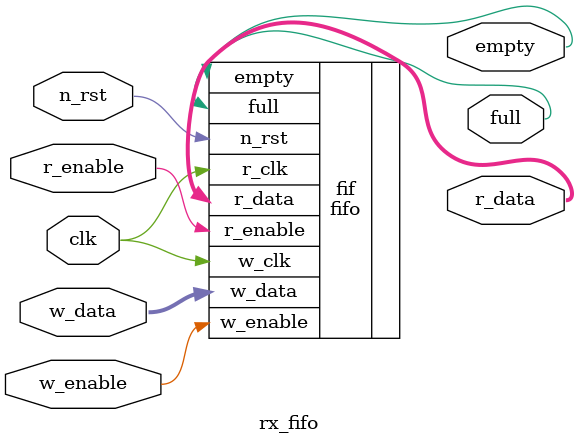
<source format=sv>

module rx_fifo (input wire clk, input wire n_rst, input wire r_enable,
    input wire w_enable, input wire[7:0] w_data, output reg[7:0] r_data,
    output reg empty, output reg full);


    fifo fif(.r_clk(clk), .w_clk(clk), .n_rst(n_rst), .r_enable(r_enable),
            .w_enable(w_enable), .w_data(w_data), .r_data(r_data), 
            .empty(empty), .full(full)
        );
    endmodule

</source>
